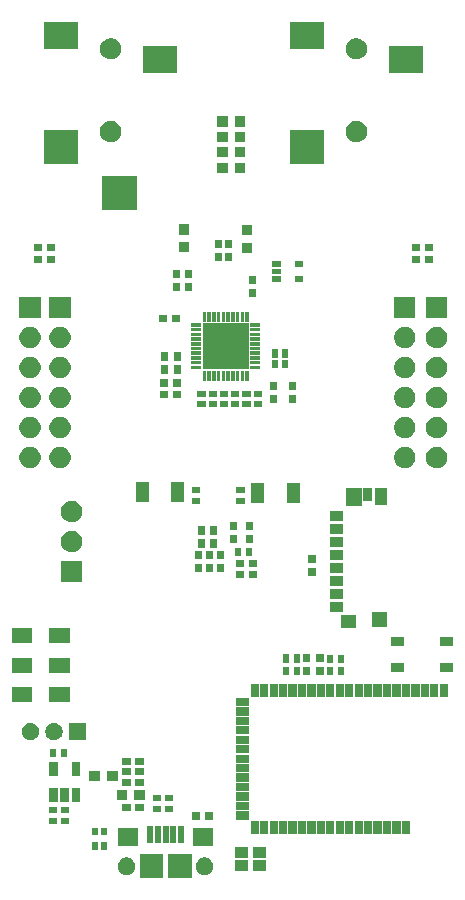
<source format=gbr>
G04 #@! TF.GenerationSoftware,KiCad,Pcbnew,(5.1.5)-3*
G04 #@! TF.CreationDate,2020-05-06T16:42:26+05:30*
G04 #@! TF.ProjectId,Tympan_D,54796d70-616e-45f4-942e-6b696361645f,rev?*
G04 #@! TF.SameCoordinates,PX6d878d0PY72e6100*
G04 #@! TF.FileFunction,Soldermask,Top*
G04 #@! TF.FilePolarity,Negative*
%FSLAX46Y46*%
G04 Gerber Fmt 4.6, Leading zero omitted, Abs format (unit mm)*
G04 Created by KiCad (PCBNEW (5.1.5)-3) date 2020-05-06 16:42:26*
%MOMM*%
%LPD*%
G04 APERTURE LIST*
%ADD10C,0.100000*%
G04 APERTURE END LIST*
D10*
G36*
X15450000Y400000D02*
G01*
X13450000Y400000D01*
X13450000Y2400000D01*
X15450000Y2400000D01*
X15450000Y400000D01*
G37*
G36*
X13050000Y400000D02*
G01*
X11050000Y400000D01*
X11050000Y2400000D01*
X13050000Y2400000D01*
X13050000Y400000D01*
G37*
G36*
X16768767Y2121178D02*
G01*
X16905258Y2064641D01*
X16986967Y2010045D01*
X17028099Y1982562D01*
X17132562Y1878099D01*
X17132563Y1878097D01*
X17214641Y1755258D01*
X17271178Y1618767D01*
X17300000Y1473869D01*
X17300000Y1326131D01*
X17271178Y1181233D01*
X17214641Y1044742D01*
X17184745Y1000000D01*
X17132562Y921901D01*
X17028099Y817438D01*
X16986967Y789955D01*
X16905258Y735359D01*
X16768767Y678822D01*
X16623869Y650000D01*
X16476131Y650000D01*
X16331233Y678822D01*
X16194742Y735359D01*
X16113033Y789955D01*
X16071901Y817438D01*
X15967438Y921901D01*
X15915255Y1000000D01*
X15885359Y1044742D01*
X15828822Y1181233D01*
X15800000Y1326131D01*
X15800000Y1473869D01*
X15828822Y1618767D01*
X15885359Y1755258D01*
X15967437Y1878097D01*
X15967438Y1878099D01*
X16071901Y1982562D01*
X16113033Y2010045D01*
X16194742Y2064641D01*
X16331233Y2121178D01*
X16476131Y2150000D01*
X16623869Y2150000D01*
X16768767Y2121178D01*
G37*
G36*
X10168767Y2121178D02*
G01*
X10305258Y2064641D01*
X10386967Y2010045D01*
X10428099Y1982562D01*
X10532562Y1878099D01*
X10532563Y1878097D01*
X10614641Y1755258D01*
X10671178Y1618767D01*
X10700000Y1473869D01*
X10700000Y1326131D01*
X10671178Y1181233D01*
X10614641Y1044742D01*
X10584745Y1000000D01*
X10532562Y921901D01*
X10428099Y817438D01*
X10386967Y789955D01*
X10305258Y735359D01*
X10168767Y678822D01*
X10023869Y650000D01*
X9876131Y650000D01*
X9731233Y678822D01*
X9594742Y735359D01*
X9513033Y789955D01*
X9471901Y817438D01*
X9367438Y921901D01*
X9315255Y1000000D01*
X9285359Y1044742D01*
X9228822Y1181233D01*
X9200000Y1326131D01*
X9200000Y1473869D01*
X9228822Y1618767D01*
X9285359Y1755258D01*
X9367437Y1878097D01*
X9367438Y1878099D01*
X9471901Y1982562D01*
X9513033Y2010045D01*
X9594742Y2064641D01*
X9731233Y2121178D01*
X9876131Y2150000D01*
X10023869Y2150000D01*
X10168767Y2121178D01*
G37*
G36*
X21750000Y1000000D02*
G01*
X20650000Y1000000D01*
X20650000Y1900000D01*
X21750000Y1900000D01*
X21750000Y1000000D01*
G37*
G36*
X20250000Y1000000D02*
G01*
X19150000Y1000000D01*
X19150000Y1900000D01*
X20250000Y1900000D01*
X20250000Y1000000D01*
G37*
G36*
X20250000Y2100000D02*
G01*
X19150000Y2100000D01*
X19150000Y3000000D01*
X20250000Y3000000D01*
X20250000Y2100000D01*
G37*
G36*
X21750000Y2100000D02*
G01*
X20650000Y2100000D01*
X20650000Y3000000D01*
X21750000Y3000000D01*
X21750000Y2100000D01*
G37*
G36*
X8250000Y2810000D02*
G01*
X7750000Y2810000D01*
X7750000Y3410000D01*
X8250000Y3410000D01*
X8250000Y2810000D01*
G37*
G36*
X7550000Y2810000D02*
G01*
X7050000Y2810000D01*
X7050000Y3410000D01*
X7550000Y3410000D01*
X7550000Y2810000D01*
G37*
G36*
X10900000Y3100000D02*
G01*
X9200000Y3100000D01*
X9200000Y4600000D01*
X10900000Y4600000D01*
X10900000Y3100000D01*
G37*
G36*
X17300000Y3100000D02*
G01*
X15600000Y3100000D01*
X15600000Y4600000D01*
X17300000Y4600000D01*
X17300000Y3100000D01*
G37*
G36*
X13500000Y3350000D02*
G01*
X13000000Y3350000D01*
X13000000Y4800000D01*
X13500000Y4800000D01*
X13500000Y3350000D01*
G37*
G36*
X14150000Y3350000D02*
G01*
X13650000Y3350000D01*
X13650000Y4800000D01*
X14150000Y4800000D01*
X14150000Y3350000D01*
G37*
G36*
X14800000Y3350000D02*
G01*
X14300000Y3350000D01*
X14300000Y4800000D01*
X14800000Y4800000D01*
X14800000Y3350000D01*
G37*
G36*
X12850000Y3350000D02*
G01*
X12350000Y3350000D01*
X12350000Y4800000D01*
X12850000Y4800000D01*
X12850000Y3350000D01*
G37*
G36*
X12200000Y3350000D02*
G01*
X11700000Y3350000D01*
X11700000Y4800000D01*
X12200000Y4800000D01*
X12200000Y3350000D01*
G37*
G36*
X8250000Y4010000D02*
G01*
X7750000Y4010000D01*
X7750000Y4610000D01*
X8250000Y4610000D01*
X8250000Y4010000D01*
G37*
G36*
X7550000Y4010000D02*
G01*
X7050000Y4010000D01*
X7050000Y4610000D01*
X7550000Y4610000D01*
X7550000Y4010000D01*
G37*
G36*
X25950000Y4150000D02*
G01*
X25250000Y4150000D01*
X25250000Y5250000D01*
X25950000Y5250000D01*
X25950000Y4150000D01*
G37*
G36*
X24350000Y4150000D02*
G01*
X23650000Y4150000D01*
X23650000Y5250000D01*
X24350000Y5250000D01*
X24350000Y4150000D01*
G37*
G36*
X23550000Y4150000D02*
G01*
X22850000Y4150000D01*
X22850000Y5250000D01*
X23550000Y5250000D01*
X23550000Y4150000D01*
G37*
G36*
X22750000Y4150000D02*
G01*
X22050000Y4150000D01*
X22050000Y5250000D01*
X22750000Y5250000D01*
X22750000Y4150000D01*
G37*
G36*
X21950000Y4150000D02*
G01*
X21250000Y4150000D01*
X21250000Y5250000D01*
X21950000Y5250000D01*
X21950000Y4150000D01*
G37*
G36*
X29950000Y4150000D02*
G01*
X29250000Y4150000D01*
X29250000Y5250000D01*
X29950000Y5250000D01*
X29950000Y4150000D01*
G37*
G36*
X21150000Y4150000D02*
G01*
X20450000Y4150000D01*
X20450000Y5250000D01*
X21150000Y5250000D01*
X21150000Y4150000D01*
G37*
G36*
X33950000Y4150000D02*
G01*
X33250000Y4150000D01*
X33250000Y5250000D01*
X33950000Y5250000D01*
X33950000Y4150000D01*
G37*
G36*
X33150000Y4150000D02*
G01*
X32450000Y4150000D01*
X32450000Y5250000D01*
X33150000Y5250000D01*
X33150000Y4150000D01*
G37*
G36*
X32350000Y4150000D02*
G01*
X31650000Y4150000D01*
X31650000Y5250000D01*
X32350000Y5250000D01*
X32350000Y4150000D01*
G37*
G36*
X25150000Y4150000D02*
G01*
X24450000Y4150000D01*
X24450000Y5250000D01*
X25150000Y5250000D01*
X25150000Y4150000D01*
G37*
G36*
X29150000Y4150000D02*
G01*
X28450000Y4150000D01*
X28450000Y5250000D01*
X29150000Y5250000D01*
X29150000Y4150000D01*
G37*
G36*
X26750000Y4150000D02*
G01*
X26050000Y4150000D01*
X26050000Y5250000D01*
X26750000Y5250000D01*
X26750000Y4150000D01*
G37*
G36*
X30750000Y4150000D02*
G01*
X30050000Y4150000D01*
X30050000Y5250000D01*
X30750000Y5250000D01*
X30750000Y4150000D01*
G37*
G36*
X27550000Y4150000D02*
G01*
X26850000Y4150000D01*
X26850000Y5250000D01*
X27550000Y5250000D01*
X27550000Y4150000D01*
G37*
G36*
X28350000Y4150000D02*
G01*
X27650000Y4150000D01*
X27650000Y5250000D01*
X28350000Y5250000D01*
X28350000Y4150000D01*
G37*
G36*
X31550000Y4150000D02*
G01*
X30850000Y4150000D01*
X30850000Y5250000D01*
X31550000Y5250000D01*
X31550000Y4150000D01*
G37*
G36*
X5075000Y4975000D02*
G01*
X4375000Y4975000D01*
X4375000Y5475000D01*
X5075000Y5475000D01*
X5075000Y4975000D01*
G37*
G36*
X4100000Y4975000D02*
G01*
X3400000Y4975000D01*
X3400000Y5475000D01*
X4100000Y5475000D01*
X4100000Y4975000D01*
G37*
G36*
X16150000Y5350000D02*
G01*
X15450000Y5350000D01*
X15450000Y5950000D01*
X16150000Y5950000D01*
X16150000Y5350000D01*
G37*
G36*
X20350000Y5350000D02*
G01*
X19250000Y5350000D01*
X19250000Y6050000D01*
X20350000Y6050000D01*
X20350000Y5350000D01*
G37*
G36*
X17250000Y5350000D02*
G01*
X16550000Y5350000D01*
X16550000Y5950000D01*
X17250000Y5950000D01*
X17250000Y5350000D01*
G37*
G36*
X4100000Y5875000D02*
G01*
X3400000Y5875000D01*
X3400000Y6375000D01*
X4100000Y6375000D01*
X4100000Y5875000D01*
G37*
G36*
X5075000Y5875000D02*
G01*
X4375000Y5875000D01*
X4375000Y6375000D01*
X5075000Y6375000D01*
X5075000Y5875000D01*
G37*
G36*
X13900000Y6000000D02*
G01*
X13200000Y6000000D01*
X13200000Y6500000D01*
X13900000Y6500000D01*
X13900000Y6000000D01*
G37*
G36*
X12900000Y6000000D02*
G01*
X12200000Y6000000D01*
X12200000Y6500000D01*
X12900000Y6500000D01*
X12900000Y6000000D01*
G37*
G36*
X10300000Y6100000D02*
G01*
X9600000Y6100000D01*
X9600000Y6700000D01*
X10300000Y6700000D01*
X10300000Y6100000D01*
G37*
G36*
X11400000Y6100000D02*
G01*
X10700000Y6100000D01*
X10700000Y6700000D01*
X11400000Y6700000D01*
X11400000Y6100000D01*
G37*
G36*
X20350000Y6150000D02*
G01*
X19250000Y6150000D01*
X19250000Y6850000D01*
X20350000Y6850000D01*
X20350000Y6150000D01*
G37*
G36*
X4137500Y6832500D02*
G01*
X3387500Y6832500D01*
X3387500Y7992500D01*
X4137500Y7992500D01*
X4137500Y6832500D01*
G37*
G36*
X6037500Y6832500D02*
G01*
X5287500Y6832500D01*
X5287500Y7992500D01*
X6037500Y7992500D01*
X6037500Y6832500D01*
G37*
G36*
X5087500Y6832500D02*
G01*
X4337500Y6832500D01*
X4337500Y7992500D01*
X5087500Y7992500D01*
X5087500Y6832500D01*
G37*
G36*
X12900000Y6900000D02*
G01*
X12200000Y6900000D01*
X12200000Y7400000D01*
X12900000Y7400000D01*
X12900000Y6900000D01*
G37*
G36*
X13900000Y6900000D02*
G01*
X13200000Y6900000D01*
X13200000Y7400000D01*
X13900000Y7400000D01*
X13900000Y6900000D01*
G37*
G36*
X20350000Y6950000D02*
G01*
X19250000Y6950000D01*
X19250000Y7650000D01*
X20350000Y7650000D01*
X20350000Y6950000D01*
G37*
G36*
X10000000Y7025000D02*
G01*
X9100000Y7025000D01*
X9100000Y7875000D01*
X10000000Y7875000D01*
X10000000Y7025000D01*
G37*
G36*
X11500000Y7025000D02*
G01*
X10600000Y7025000D01*
X10600000Y7875000D01*
X11500000Y7875000D01*
X11500000Y7025000D01*
G37*
G36*
X20350000Y7750000D02*
G01*
X19250000Y7750000D01*
X19250000Y8450000D01*
X20350000Y8450000D01*
X20350000Y7750000D01*
G37*
G36*
X11400000Y8200000D02*
G01*
X10700000Y8200000D01*
X10700000Y8800000D01*
X11400000Y8800000D01*
X11400000Y8200000D01*
G37*
G36*
X10300000Y8200000D02*
G01*
X9600000Y8200000D01*
X9600000Y8800000D01*
X10300000Y8800000D01*
X10300000Y8200000D01*
G37*
G36*
X20350000Y8550000D02*
G01*
X19250000Y8550000D01*
X19250000Y9250000D01*
X20350000Y9250000D01*
X20350000Y8550000D01*
G37*
G36*
X9200000Y8575000D02*
G01*
X8300000Y8575000D01*
X8300000Y9425000D01*
X9200000Y9425000D01*
X9200000Y8575000D01*
G37*
G36*
X7700000Y8575000D02*
G01*
X6800000Y8575000D01*
X6800000Y9425000D01*
X7700000Y9425000D01*
X7700000Y8575000D01*
G37*
G36*
X6037500Y9032500D02*
G01*
X5287500Y9032500D01*
X5287500Y10192500D01*
X6037500Y10192500D01*
X6037500Y9032500D01*
G37*
G36*
X4137500Y9032500D02*
G01*
X3387500Y9032500D01*
X3387500Y10192500D01*
X4137500Y10192500D01*
X4137500Y9032500D01*
G37*
G36*
X11400000Y9100000D02*
G01*
X10700000Y9100000D01*
X10700000Y9700000D01*
X11400000Y9700000D01*
X11400000Y9100000D01*
G37*
G36*
X10300000Y9100000D02*
G01*
X9600000Y9100000D01*
X9600000Y9700000D01*
X10300000Y9700000D01*
X10300000Y9100000D01*
G37*
G36*
X20350000Y9350000D02*
G01*
X19250000Y9350000D01*
X19250000Y10050000D01*
X20350000Y10050000D01*
X20350000Y9350000D01*
G37*
G36*
X11400000Y10000000D02*
G01*
X10700000Y10000000D01*
X10700000Y10600000D01*
X11400000Y10600000D01*
X11400000Y10000000D01*
G37*
G36*
X10300000Y10000000D02*
G01*
X9600000Y10000000D01*
X9600000Y10600000D01*
X10300000Y10600000D01*
X10300000Y10000000D01*
G37*
G36*
X20350000Y10150000D02*
G01*
X19250000Y10150000D01*
X19250000Y10850000D01*
X20350000Y10850000D01*
X20350000Y10150000D01*
G37*
G36*
X4900000Y10625000D02*
G01*
X4400000Y10625000D01*
X4400000Y11325000D01*
X4900000Y11325000D01*
X4900000Y10625000D01*
G37*
G36*
X4000000Y10625000D02*
G01*
X3500000Y10625000D01*
X3500000Y11325000D01*
X4000000Y11325000D01*
X4000000Y10625000D01*
G37*
G36*
X20350000Y10950000D02*
G01*
X19250000Y10950000D01*
X19250000Y11650000D01*
X20350000Y11650000D01*
X20350000Y10950000D01*
G37*
G36*
X20350000Y11750000D02*
G01*
X19250000Y11750000D01*
X19250000Y12450000D01*
X20350000Y12450000D01*
X20350000Y11750000D01*
G37*
G36*
X4011475Y13497139D02*
G01*
X4143416Y13442487D01*
X4262161Y13363144D01*
X4363144Y13262161D01*
X4442487Y13143416D01*
X4497139Y13011475D01*
X4525000Y12871406D01*
X4525000Y12728594D01*
X4497139Y12588525D01*
X4442487Y12456584D01*
X4363144Y12337839D01*
X4262161Y12236856D01*
X4143416Y12157513D01*
X4011475Y12102861D01*
X3871406Y12075000D01*
X3728594Y12075000D01*
X3588525Y12102861D01*
X3456584Y12157513D01*
X3337839Y12236856D01*
X3236856Y12337839D01*
X3157513Y12456584D01*
X3102861Y12588525D01*
X3075000Y12728594D01*
X3075000Y12871406D01*
X3102861Y13011475D01*
X3157513Y13143416D01*
X3236856Y13262161D01*
X3337839Y13363144D01*
X3456584Y13442487D01*
X3588525Y13497139D01*
X3728594Y13525000D01*
X3871406Y13525000D01*
X4011475Y13497139D01*
G37*
G36*
X6525000Y12075000D02*
G01*
X5075000Y12075000D01*
X5075000Y13525000D01*
X6525000Y13525000D01*
X6525000Y12075000D01*
G37*
G36*
X2011475Y13497139D02*
G01*
X2143416Y13442487D01*
X2262161Y13363144D01*
X2363144Y13262161D01*
X2442487Y13143416D01*
X2497139Y13011475D01*
X2525000Y12871406D01*
X2525000Y12728594D01*
X2497139Y12588525D01*
X2442487Y12456584D01*
X2363144Y12337839D01*
X2262161Y12236856D01*
X2143416Y12157513D01*
X2011475Y12102861D01*
X1871406Y12075000D01*
X1728594Y12075000D01*
X1588525Y12102861D01*
X1456584Y12157513D01*
X1337839Y12236856D01*
X1236856Y12337839D01*
X1157513Y12456584D01*
X1102861Y12588525D01*
X1075000Y12728594D01*
X1075000Y12871406D01*
X1102861Y13011475D01*
X1157513Y13143416D01*
X1236856Y13262161D01*
X1337839Y13363144D01*
X1456584Y13442487D01*
X1588525Y13497139D01*
X1728594Y13525000D01*
X1871406Y13525000D01*
X2011475Y13497139D01*
G37*
G36*
X20350000Y12550000D02*
G01*
X19250000Y12550000D01*
X19250000Y13250000D01*
X20350000Y13250000D01*
X20350000Y12550000D01*
G37*
G36*
X20350000Y13350000D02*
G01*
X19250000Y13350000D01*
X19250000Y14050000D01*
X20350000Y14050000D01*
X20350000Y13350000D01*
G37*
G36*
X20350000Y14150000D02*
G01*
X19250000Y14150000D01*
X19250000Y14850000D01*
X20350000Y14850000D01*
X20350000Y14150000D01*
G37*
G36*
X20350000Y14950000D02*
G01*
X19250000Y14950000D01*
X19250000Y15650000D01*
X20350000Y15650000D01*
X20350000Y14950000D01*
G37*
G36*
X5120000Y15260000D02*
G01*
X3420000Y15260000D01*
X3420000Y16560000D01*
X5120000Y16560000D01*
X5120000Y15260000D01*
G37*
G36*
X1920000Y15260000D02*
G01*
X220000Y15260000D01*
X220000Y16560000D01*
X1920000Y16560000D01*
X1920000Y15260000D01*
G37*
G36*
X22750000Y15750000D02*
G01*
X22050000Y15750000D01*
X22050000Y16850000D01*
X22750000Y16850000D01*
X22750000Y15750000D01*
G37*
G36*
X25950000Y15750000D02*
G01*
X25250000Y15750000D01*
X25250000Y16850000D01*
X25950000Y16850000D01*
X25950000Y15750000D01*
G37*
G36*
X26750000Y15750000D02*
G01*
X26050000Y15750000D01*
X26050000Y16850000D01*
X26750000Y16850000D01*
X26750000Y15750000D01*
G37*
G36*
X27550000Y15750000D02*
G01*
X26850000Y15750000D01*
X26850000Y16850000D01*
X27550000Y16850000D01*
X27550000Y15750000D01*
G37*
G36*
X28350000Y15750000D02*
G01*
X27650000Y15750000D01*
X27650000Y16850000D01*
X28350000Y16850000D01*
X28350000Y15750000D01*
G37*
G36*
X29150000Y15750000D02*
G01*
X28450000Y15750000D01*
X28450000Y16850000D01*
X29150000Y16850000D01*
X29150000Y15750000D01*
G37*
G36*
X30750000Y15750000D02*
G01*
X30050000Y15750000D01*
X30050000Y16850000D01*
X30750000Y16850000D01*
X30750000Y15750000D01*
G37*
G36*
X31550000Y15750000D02*
G01*
X30850000Y15750000D01*
X30850000Y16850000D01*
X31550000Y16850000D01*
X31550000Y15750000D01*
G37*
G36*
X32350000Y15750000D02*
G01*
X31650000Y15750000D01*
X31650000Y16850000D01*
X32350000Y16850000D01*
X32350000Y15750000D01*
G37*
G36*
X33150000Y15750000D02*
G01*
X32450000Y15750000D01*
X32450000Y16850000D01*
X33150000Y16850000D01*
X33150000Y15750000D01*
G37*
G36*
X33950000Y15750000D02*
G01*
X33250000Y15750000D01*
X33250000Y16850000D01*
X33950000Y16850000D01*
X33950000Y15750000D01*
G37*
G36*
X35550000Y15750000D02*
G01*
X34850000Y15750000D01*
X34850000Y16850000D01*
X35550000Y16850000D01*
X35550000Y15750000D01*
G37*
G36*
X36350000Y15750000D02*
G01*
X35650000Y15750000D01*
X35650000Y16850000D01*
X36350000Y16850000D01*
X36350000Y15750000D01*
G37*
G36*
X29950000Y15750000D02*
G01*
X29250000Y15750000D01*
X29250000Y16850000D01*
X29950000Y16850000D01*
X29950000Y15750000D01*
G37*
G36*
X25150000Y15750000D02*
G01*
X24450000Y15750000D01*
X24450000Y16850000D01*
X25150000Y16850000D01*
X25150000Y15750000D01*
G37*
G36*
X37150000Y15750000D02*
G01*
X36450000Y15750000D01*
X36450000Y16850000D01*
X37150000Y16850000D01*
X37150000Y15750000D01*
G37*
G36*
X24350000Y15750000D02*
G01*
X23650000Y15750000D01*
X23650000Y16850000D01*
X24350000Y16850000D01*
X24350000Y15750000D01*
G37*
G36*
X23550000Y15750000D02*
G01*
X22850000Y15750000D01*
X22850000Y16850000D01*
X23550000Y16850000D01*
X23550000Y15750000D01*
G37*
G36*
X21950000Y15750000D02*
G01*
X21250000Y15750000D01*
X21250000Y16850000D01*
X21950000Y16850000D01*
X21950000Y15750000D01*
G37*
G36*
X21150000Y15750000D02*
G01*
X20450000Y15750000D01*
X20450000Y16850000D01*
X21150000Y16850000D01*
X21150000Y15750000D01*
G37*
G36*
X34750000Y15750000D02*
G01*
X34050000Y15750000D01*
X34050000Y16850000D01*
X34750000Y16850000D01*
X34750000Y15750000D01*
G37*
G36*
X28325000Y17575000D02*
G01*
X27825000Y17575000D01*
X27825000Y18275000D01*
X28325000Y18275000D01*
X28325000Y17575000D01*
G37*
G36*
X27425000Y17575000D02*
G01*
X26925000Y17575000D01*
X26925000Y18275000D01*
X27425000Y18275000D01*
X27425000Y17575000D01*
G37*
G36*
X26625000Y17575000D02*
G01*
X26025000Y17575000D01*
X26025000Y18275000D01*
X26625000Y18275000D01*
X26625000Y17575000D01*
G37*
G36*
X25500000Y17600000D02*
G01*
X24900000Y17600000D01*
X24900000Y18300000D01*
X25500000Y18300000D01*
X25500000Y17600000D01*
G37*
G36*
X24600000Y17600000D02*
G01*
X24100000Y17600000D01*
X24100000Y18300000D01*
X24600000Y18300000D01*
X24600000Y17600000D01*
G37*
G36*
X23700000Y17600000D02*
G01*
X23200000Y17600000D01*
X23200000Y18300000D01*
X23700000Y18300000D01*
X23700000Y17600000D01*
G37*
G36*
X1920000Y17760000D02*
G01*
X220000Y17760000D01*
X220000Y19060000D01*
X1920000Y19060000D01*
X1920000Y17760000D01*
G37*
G36*
X5120000Y17760000D02*
G01*
X3420000Y17760000D01*
X3420000Y19060000D01*
X5120000Y19060000D01*
X5120000Y17760000D01*
G37*
G36*
X37625000Y17875000D02*
G01*
X36475000Y17875000D01*
X36475000Y18625000D01*
X37625000Y18625000D01*
X37625000Y17875000D01*
G37*
G36*
X33475000Y17875000D02*
G01*
X32325000Y17875000D01*
X32325000Y18625000D01*
X33475000Y18625000D01*
X33475000Y17875000D01*
G37*
G36*
X28325000Y18575000D02*
G01*
X27825000Y18575000D01*
X27825000Y19275000D01*
X28325000Y19275000D01*
X28325000Y18575000D01*
G37*
G36*
X27425000Y18575000D02*
G01*
X26925000Y18575000D01*
X26925000Y19275000D01*
X27425000Y19275000D01*
X27425000Y18575000D01*
G37*
G36*
X23700000Y18625000D02*
G01*
X23200000Y18625000D01*
X23200000Y19325000D01*
X23700000Y19325000D01*
X23700000Y18625000D01*
G37*
G36*
X24600000Y18625000D02*
G01*
X24100000Y18625000D01*
X24100000Y19325000D01*
X24600000Y19325000D01*
X24600000Y18625000D01*
G37*
G36*
X26625000Y18675000D02*
G01*
X26025000Y18675000D01*
X26025000Y19375000D01*
X26625000Y19375000D01*
X26625000Y18675000D01*
G37*
G36*
X25500000Y18700000D02*
G01*
X24900000Y18700000D01*
X24900000Y19400000D01*
X25500000Y19400000D01*
X25500000Y18700000D01*
G37*
G36*
X37625000Y20025000D02*
G01*
X36475000Y20025000D01*
X36475000Y20775000D01*
X37625000Y20775000D01*
X37625000Y20025000D01*
G37*
G36*
X33475000Y20025000D02*
G01*
X32325000Y20025000D01*
X32325000Y20775000D01*
X33475000Y20775000D01*
X33475000Y20025000D01*
G37*
G36*
X1920000Y20260000D02*
G01*
X220000Y20260000D01*
X220000Y21560000D01*
X1920000Y21560000D01*
X1920000Y20260000D01*
G37*
G36*
X5120000Y20260000D02*
G01*
X3420000Y20260000D01*
X3420000Y21560000D01*
X5120000Y21560000D01*
X5120000Y20260000D01*
G37*
G36*
X29410000Y21525000D02*
G01*
X28110000Y21525000D01*
X28110000Y22625000D01*
X29410000Y22625000D01*
X29410000Y21525000D01*
G37*
G36*
X32000000Y21650000D02*
G01*
X30700000Y21650000D01*
X30700000Y22900000D01*
X32000000Y22900000D01*
X32000000Y21650000D01*
G37*
G36*
X28260000Y22950000D02*
G01*
X27160000Y22950000D01*
X27160000Y23750000D01*
X28260000Y23750000D01*
X28260000Y22950000D01*
G37*
G36*
X28260000Y24050000D02*
G01*
X27160000Y24050000D01*
X27160000Y24850000D01*
X28260000Y24850000D01*
X28260000Y24050000D01*
G37*
G36*
X28260000Y25150000D02*
G01*
X27160000Y25150000D01*
X27160000Y25950000D01*
X28260000Y25950000D01*
X28260000Y25150000D01*
G37*
G36*
X6200000Y25450000D02*
G01*
X4400000Y25450000D01*
X4400000Y27250000D01*
X6200000Y27250000D01*
X6200000Y25450000D01*
G37*
G36*
X21000000Y25800000D02*
G01*
X20300000Y25800000D01*
X20300000Y26400000D01*
X21000000Y26400000D01*
X21000000Y25800000D01*
G37*
G36*
X19900000Y25800000D02*
G01*
X19200000Y25800000D01*
X19200000Y26400000D01*
X19900000Y26400000D01*
X19900000Y25800000D01*
G37*
G36*
X25950000Y25950000D02*
G01*
X25350000Y25950000D01*
X25350000Y26650000D01*
X25950000Y26650000D01*
X25950000Y25950000D01*
G37*
G36*
X28260000Y26250000D02*
G01*
X27160000Y26250000D01*
X27160000Y27050000D01*
X28260000Y27050000D01*
X28260000Y26250000D01*
G37*
G36*
X18200000Y26300000D02*
G01*
X17600000Y26300000D01*
X17600000Y27000000D01*
X18200000Y27000000D01*
X18200000Y26300000D01*
G37*
G36*
X16350000Y26300000D02*
G01*
X15750000Y26300000D01*
X15750000Y27000000D01*
X16350000Y27000000D01*
X16350000Y26300000D01*
G37*
G36*
X17250000Y26300000D02*
G01*
X16650000Y26300000D01*
X16650000Y27000000D01*
X17250000Y27000000D01*
X17250000Y26300000D01*
G37*
G36*
X19900000Y26750000D02*
G01*
X19200000Y26750000D01*
X19200000Y27350000D01*
X19900000Y27350000D01*
X19900000Y26750000D01*
G37*
G36*
X21000000Y26750000D02*
G01*
X20300000Y26750000D01*
X20300000Y27350000D01*
X21000000Y27350000D01*
X21000000Y26750000D01*
G37*
G36*
X25950000Y27050000D02*
G01*
X25350000Y27050000D01*
X25350000Y27750000D01*
X25950000Y27750000D01*
X25950000Y27050000D01*
G37*
G36*
X28260000Y27350000D02*
G01*
X27160000Y27350000D01*
X27160000Y28150000D01*
X28260000Y28150000D01*
X28260000Y27350000D01*
G37*
G36*
X18200000Y27400000D02*
G01*
X17600000Y27400000D01*
X17600000Y28100000D01*
X18200000Y28100000D01*
X18200000Y27400000D01*
G37*
G36*
X16350000Y27400000D02*
G01*
X15750000Y27400000D01*
X15750000Y28100000D01*
X16350000Y28100000D01*
X16350000Y27400000D01*
G37*
G36*
X17250000Y27400000D02*
G01*
X16650000Y27400000D01*
X16650000Y28100000D01*
X17250000Y28100000D01*
X17250000Y27400000D01*
G37*
G36*
X20550000Y27650000D02*
G01*
X20050000Y27650000D01*
X20050000Y28350000D01*
X20550000Y28350000D01*
X20550000Y27650000D01*
G37*
G36*
X19650000Y27650000D02*
G01*
X19150000Y27650000D01*
X19150000Y28350000D01*
X19650000Y28350000D01*
X19650000Y27650000D01*
G37*
G36*
X5562520Y29755414D02*
G01*
X5726310Y29687570D01*
X5873717Y29589076D01*
X5999076Y29463717D01*
X6097570Y29316310D01*
X6165414Y29152520D01*
X6200000Y28978642D01*
X6200000Y28801358D01*
X6165414Y28627480D01*
X6097570Y28463690D01*
X5999076Y28316283D01*
X5873717Y28190924D01*
X5726310Y28092430D01*
X5562520Y28024586D01*
X5388642Y27990000D01*
X5211358Y27990000D01*
X5037480Y28024586D01*
X4873690Y28092430D01*
X4726283Y28190924D01*
X4600924Y28316283D01*
X4502430Y28463690D01*
X4434586Y28627480D01*
X4400000Y28801358D01*
X4400000Y28978642D01*
X4434586Y29152520D01*
X4502430Y29316310D01*
X4600924Y29463717D01*
X4726283Y29589076D01*
X4873690Y29687570D01*
X5037480Y29755414D01*
X5211358Y29790000D01*
X5388642Y29790000D01*
X5562520Y29755414D01*
G37*
G36*
X17575000Y28375000D02*
G01*
X16975000Y28375000D01*
X16975000Y29075000D01*
X17575000Y29075000D01*
X17575000Y28375000D01*
G37*
G36*
X16575000Y28375000D02*
G01*
X15975000Y28375000D01*
X15975000Y29075000D01*
X16575000Y29075000D01*
X16575000Y28375000D01*
G37*
G36*
X28260000Y28450000D02*
G01*
X27160000Y28450000D01*
X27160000Y29250000D01*
X28260000Y29250000D01*
X28260000Y28450000D01*
G37*
G36*
X20650000Y28750000D02*
G01*
X20050000Y28750000D01*
X20050000Y29450000D01*
X20650000Y29450000D01*
X20650000Y28750000D01*
G37*
G36*
X19300000Y28750000D02*
G01*
X18700000Y28750000D01*
X18700000Y29450000D01*
X19300000Y29450000D01*
X19300000Y28750000D01*
G37*
G36*
X17575000Y29475000D02*
G01*
X16975000Y29475000D01*
X16975000Y30175000D01*
X17575000Y30175000D01*
X17575000Y29475000D01*
G37*
G36*
X16575000Y29475000D02*
G01*
X15975000Y29475000D01*
X15975000Y30175000D01*
X16575000Y30175000D01*
X16575000Y29475000D01*
G37*
G36*
X28260000Y29550000D02*
G01*
X27160000Y29550000D01*
X27160000Y30350000D01*
X28260000Y30350000D01*
X28260000Y29550000D01*
G37*
G36*
X20650000Y29850000D02*
G01*
X20050000Y29850000D01*
X20050000Y30550000D01*
X20650000Y30550000D01*
X20650000Y29850000D01*
G37*
G36*
X19300000Y29850000D02*
G01*
X18700000Y29850000D01*
X18700000Y30550000D01*
X19300000Y30550000D01*
X19300000Y29850000D01*
G37*
G36*
X5562520Y32295414D02*
G01*
X5726310Y32227570D01*
X5873717Y32129076D01*
X5999076Y32003717D01*
X6097570Y31856310D01*
X6165414Y31692520D01*
X6200000Y31518642D01*
X6200000Y31341358D01*
X6165414Y31167480D01*
X6097570Y31003690D01*
X5999076Y30856283D01*
X5873717Y30730924D01*
X5726310Y30632430D01*
X5562520Y30564586D01*
X5388642Y30530000D01*
X5211358Y30530000D01*
X5037480Y30564586D01*
X4873690Y30632430D01*
X4726283Y30730924D01*
X4600924Y30856283D01*
X4502430Y31003690D01*
X4434586Y31167480D01*
X4400000Y31341358D01*
X4400000Y31518642D01*
X4434586Y31692520D01*
X4502430Y31856310D01*
X4600924Y32003717D01*
X4726283Y32129076D01*
X4873690Y32227570D01*
X5037480Y32295414D01*
X5211358Y32330000D01*
X5388642Y32330000D01*
X5562520Y32295414D01*
G37*
G36*
X28260000Y30650000D02*
G01*
X27160000Y30650000D01*
X27160000Y31450000D01*
X28260000Y31450000D01*
X28260000Y30650000D01*
G37*
G36*
X29850000Y31900000D02*
G01*
X28550000Y31900000D01*
X28550000Y33450000D01*
X29850000Y33450000D01*
X29850000Y31900000D01*
G37*
G36*
X32000000Y31950000D02*
G01*
X31000000Y31950000D01*
X31000000Y33450000D01*
X32000000Y33450000D01*
X32000000Y31950000D01*
G37*
G36*
X16150000Y32100000D02*
G01*
X15450000Y32100000D01*
X15450000Y32600000D01*
X16150000Y32600000D01*
X16150000Y32100000D01*
G37*
G36*
X19950000Y32100000D02*
G01*
X19250000Y32100000D01*
X19250000Y32600000D01*
X19950000Y32600000D01*
X19950000Y32100000D01*
G37*
G36*
X24600000Y32150000D02*
G01*
X23500000Y32150000D01*
X23500000Y33850000D01*
X24600000Y33850000D01*
X24600000Y32150000D01*
G37*
G36*
X21600000Y32150000D02*
G01*
X20500000Y32150000D01*
X20500000Y33850000D01*
X21600000Y33850000D01*
X21600000Y32150000D01*
G37*
G36*
X14850000Y32200000D02*
G01*
X13750000Y32200000D01*
X13750000Y33900000D01*
X14850000Y33900000D01*
X14850000Y32200000D01*
G37*
G36*
X11850000Y32200000D02*
G01*
X10750000Y32200000D01*
X10750000Y33900000D01*
X11850000Y33900000D01*
X11850000Y32200000D01*
G37*
G36*
X30750000Y32350000D02*
G01*
X29950000Y32350000D01*
X29950000Y33450000D01*
X30750000Y33450000D01*
X30750000Y32350000D01*
G37*
G36*
X19950000Y33000000D02*
G01*
X19250000Y33000000D01*
X19250000Y33500000D01*
X19950000Y33500000D01*
X19950000Y33000000D01*
G37*
G36*
X16150000Y33000000D02*
G01*
X15450000Y33000000D01*
X15450000Y33500000D01*
X16150000Y33500000D01*
X16150000Y33000000D01*
G37*
G36*
X2040520Y36865414D02*
G01*
X2204310Y36797570D01*
X2351717Y36699076D01*
X2477076Y36573717D01*
X2575570Y36426310D01*
X2643414Y36262520D01*
X2678000Y36088642D01*
X2678000Y35911358D01*
X2643414Y35737480D01*
X2575570Y35573690D01*
X2477076Y35426283D01*
X2351717Y35300924D01*
X2204310Y35202430D01*
X2040520Y35134586D01*
X1866642Y35100000D01*
X1689358Y35100000D01*
X1515480Y35134586D01*
X1351690Y35202430D01*
X1204283Y35300924D01*
X1078924Y35426283D01*
X980430Y35573690D01*
X912586Y35737480D01*
X878000Y35911358D01*
X878000Y36088642D01*
X912586Y36262520D01*
X980430Y36426310D01*
X1078924Y36573717D01*
X1204283Y36699076D01*
X1351690Y36797570D01*
X1515480Y36865414D01*
X1689358Y36900000D01*
X1866642Y36900000D01*
X2040520Y36865414D01*
G37*
G36*
X36462520Y36865414D02*
G01*
X36626310Y36797570D01*
X36773717Y36699076D01*
X36899076Y36573717D01*
X36997570Y36426310D01*
X37065414Y36262520D01*
X37100000Y36088642D01*
X37100000Y35911358D01*
X37065414Y35737480D01*
X36997570Y35573690D01*
X36899076Y35426283D01*
X36773717Y35300924D01*
X36626310Y35202430D01*
X36462520Y35134586D01*
X36288642Y35100000D01*
X36111358Y35100000D01*
X35937480Y35134586D01*
X35773690Y35202430D01*
X35626283Y35300924D01*
X35500924Y35426283D01*
X35402430Y35573690D01*
X35334586Y35737480D01*
X35300000Y35911358D01*
X35300000Y36088642D01*
X35334586Y36262520D01*
X35402430Y36426310D01*
X35500924Y36573717D01*
X35626283Y36699076D01*
X35773690Y36797570D01*
X35937480Y36865414D01*
X36111358Y36900000D01*
X36288642Y36900000D01*
X36462520Y36865414D01*
G37*
G36*
X4580520Y36865414D02*
G01*
X4744310Y36797570D01*
X4891717Y36699076D01*
X5017076Y36573717D01*
X5115570Y36426310D01*
X5183414Y36262520D01*
X5218000Y36088642D01*
X5218000Y35911358D01*
X5183414Y35737480D01*
X5115570Y35573690D01*
X5017076Y35426283D01*
X4891717Y35300924D01*
X4744310Y35202430D01*
X4580520Y35134586D01*
X4406642Y35100000D01*
X4229358Y35100000D01*
X4055480Y35134586D01*
X3891690Y35202430D01*
X3744283Y35300924D01*
X3618924Y35426283D01*
X3520430Y35573690D01*
X3452586Y35737480D01*
X3418000Y35911358D01*
X3418000Y36088642D01*
X3452586Y36262520D01*
X3520430Y36426310D01*
X3618924Y36573717D01*
X3744283Y36699076D01*
X3891690Y36797570D01*
X4055480Y36865414D01*
X4229358Y36900000D01*
X4406642Y36900000D01*
X4580520Y36865414D01*
G37*
G36*
X33762520Y36872414D02*
G01*
X33926310Y36804570D01*
X34073717Y36706076D01*
X34199076Y36580717D01*
X34297570Y36433310D01*
X34365414Y36269520D01*
X34400000Y36095642D01*
X34400000Y35918358D01*
X34365414Y35744480D01*
X34297570Y35580690D01*
X34199076Y35433283D01*
X34073717Y35307924D01*
X33926310Y35209430D01*
X33762520Y35141586D01*
X33588642Y35107000D01*
X33411358Y35107000D01*
X33237480Y35141586D01*
X33073690Y35209430D01*
X32926283Y35307924D01*
X32800924Y35433283D01*
X32702430Y35580690D01*
X32634586Y35744480D01*
X32600000Y35918358D01*
X32600000Y36095642D01*
X32634586Y36269520D01*
X32702430Y36433310D01*
X32800924Y36580717D01*
X32926283Y36706076D01*
X33073690Y36804570D01*
X33237480Y36872414D01*
X33411358Y36907000D01*
X33588642Y36907000D01*
X33762520Y36872414D01*
G37*
G36*
X36462520Y39405414D02*
G01*
X36626310Y39337570D01*
X36773717Y39239076D01*
X36899076Y39113717D01*
X36997570Y38966310D01*
X37065414Y38802520D01*
X37100000Y38628642D01*
X37100000Y38451358D01*
X37065414Y38277480D01*
X36997570Y38113690D01*
X36899076Y37966283D01*
X36773717Y37840924D01*
X36626310Y37742430D01*
X36462520Y37674586D01*
X36288642Y37640000D01*
X36111358Y37640000D01*
X35937480Y37674586D01*
X35773690Y37742430D01*
X35626283Y37840924D01*
X35500924Y37966283D01*
X35402430Y38113690D01*
X35334586Y38277480D01*
X35300000Y38451358D01*
X35300000Y38628642D01*
X35334586Y38802520D01*
X35402430Y38966310D01*
X35500924Y39113717D01*
X35626283Y39239076D01*
X35773690Y39337570D01*
X35937480Y39405414D01*
X36111358Y39440000D01*
X36288642Y39440000D01*
X36462520Y39405414D01*
G37*
G36*
X4580520Y39405414D02*
G01*
X4744310Y39337570D01*
X4891717Y39239076D01*
X5017076Y39113717D01*
X5115570Y38966310D01*
X5183414Y38802520D01*
X5218000Y38628642D01*
X5218000Y38451358D01*
X5183414Y38277480D01*
X5115570Y38113690D01*
X5017076Y37966283D01*
X4891717Y37840924D01*
X4744310Y37742430D01*
X4580520Y37674586D01*
X4406642Y37640000D01*
X4229358Y37640000D01*
X4055480Y37674586D01*
X3891690Y37742430D01*
X3744283Y37840924D01*
X3618924Y37966283D01*
X3520430Y38113690D01*
X3452586Y38277480D01*
X3418000Y38451358D01*
X3418000Y38628642D01*
X3452586Y38802520D01*
X3520430Y38966310D01*
X3618924Y39113717D01*
X3744283Y39239076D01*
X3891690Y39337570D01*
X4055480Y39405414D01*
X4229358Y39440000D01*
X4406642Y39440000D01*
X4580520Y39405414D01*
G37*
G36*
X2040520Y39405414D02*
G01*
X2204310Y39337570D01*
X2351717Y39239076D01*
X2477076Y39113717D01*
X2575570Y38966310D01*
X2643414Y38802520D01*
X2678000Y38628642D01*
X2678000Y38451358D01*
X2643414Y38277480D01*
X2575570Y38113690D01*
X2477076Y37966283D01*
X2351717Y37840924D01*
X2204310Y37742430D01*
X2040520Y37674586D01*
X1866642Y37640000D01*
X1689358Y37640000D01*
X1515480Y37674586D01*
X1351690Y37742430D01*
X1204283Y37840924D01*
X1078924Y37966283D01*
X980430Y38113690D01*
X912586Y38277480D01*
X878000Y38451358D01*
X878000Y38628642D01*
X912586Y38802520D01*
X980430Y38966310D01*
X1078924Y39113717D01*
X1204283Y39239076D01*
X1351690Y39337570D01*
X1515480Y39405414D01*
X1689358Y39440000D01*
X1866642Y39440000D01*
X2040520Y39405414D01*
G37*
G36*
X33762520Y39412414D02*
G01*
X33926310Y39344570D01*
X34073717Y39246076D01*
X34199076Y39120717D01*
X34297570Y38973310D01*
X34365414Y38809520D01*
X34400000Y38635642D01*
X34400000Y38458358D01*
X34365414Y38284480D01*
X34297570Y38120690D01*
X34199076Y37973283D01*
X34073717Y37847924D01*
X33926310Y37749430D01*
X33762520Y37681586D01*
X33588642Y37647000D01*
X33411358Y37647000D01*
X33237480Y37681586D01*
X33073690Y37749430D01*
X32926283Y37847924D01*
X32800924Y37973283D01*
X32702430Y38120690D01*
X32634586Y38284480D01*
X32600000Y38458358D01*
X32600000Y38635642D01*
X32634586Y38809520D01*
X32702430Y38973310D01*
X32800924Y39120717D01*
X32926283Y39246076D01*
X33073690Y39344570D01*
X33237480Y39412414D01*
X33411358Y39447000D01*
X33588642Y39447000D01*
X33762520Y39412414D01*
G37*
G36*
X2040520Y41945414D02*
G01*
X2204310Y41877570D01*
X2351717Y41779076D01*
X2477076Y41653717D01*
X2575570Y41506310D01*
X2643414Y41342520D01*
X2678000Y41168642D01*
X2678000Y40991358D01*
X2643414Y40817480D01*
X2575570Y40653690D01*
X2477076Y40506283D01*
X2351717Y40380924D01*
X2204310Y40282430D01*
X2040520Y40214586D01*
X1866642Y40180000D01*
X1689358Y40180000D01*
X1515480Y40214586D01*
X1351690Y40282430D01*
X1204283Y40380924D01*
X1078924Y40506283D01*
X980430Y40653690D01*
X912586Y40817480D01*
X878000Y40991358D01*
X878000Y41168642D01*
X912586Y41342520D01*
X980430Y41506310D01*
X1078924Y41653717D01*
X1204283Y41779076D01*
X1351690Y41877570D01*
X1515480Y41945414D01*
X1689358Y41980000D01*
X1866642Y41980000D01*
X2040520Y41945414D01*
G37*
G36*
X36462520Y41945414D02*
G01*
X36626310Y41877570D01*
X36773717Y41779076D01*
X36899076Y41653717D01*
X36997570Y41506310D01*
X37065414Y41342520D01*
X37100000Y41168642D01*
X37100000Y40991358D01*
X37065414Y40817480D01*
X36997570Y40653690D01*
X36899076Y40506283D01*
X36773717Y40380924D01*
X36626310Y40282430D01*
X36462520Y40214586D01*
X36288642Y40180000D01*
X36111358Y40180000D01*
X35937480Y40214586D01*
X35773690Y40282430D01*
X35626283Y40380924D01*
X35500924Y40506283D01*
X35402430Y40653690D01*
X35334586Y40817480D01*
X35300000Y40991358D01*
X35300000Y41168642D01*
X35334586Y41342520D01*
X35402430Y41506310D01*
X35500924Y41653717D01*
X35626283Y41779076D01*
X35773690Y41877570D01*
X35937480Y41945414D01*
X36111358Y41980000D01*
X36288642Y41980000D01*
X36462520Y41945414D01*
G37*
G36*
X4580520Y41945414D02*
G01*
X4744310Y41877570D01*
X4891717Y41779076D01*
X5017076Y41653717D01*
X5115570Y41506310D01*
X5183414Y41342520D01*
X5218000Y41168642D01*
X5218000Y40991358D01*
X5183414Y40817480D01*
X5115570Y40653690D01*
X5017076Y40506283D01*
X4891717Y40380924D01*
X4744310Y40282430D01*
X4580520Y40214586D01*
X4406642Y40180000D01*
X4229358Y40180000D01*
X4055480Y40214586D01*
X3891690Y40282430D01*
X3744283Y40380924D01*
X3618924Y40506283D01*
X3520430Y40653690D01*
X3452586Y40817480D01*
X3418000Y40991358D01*
X3418000Y41168642D01*
X3452586Y41342520D01*
X3520430Y41506310D01*
X3618924Y41653717D01*
X3744283Y41779076D01*
X3891690Y41877570D01*
X4055480Y41945414D01*
X4229358Y41980000D01*
X4406642Y41980000D01*
X4580520Y41945414D01*
G37*
G36*
X33762520Y41952414D02*
G01*
X33926310Y41884570D01*
X34073717Y41786076D01*
X34199076Y41660717D01*
X34297570Y41513310D01*
X34365414Y41349520D01*
X34400000Y41175642D01*
X34400000Y40998358D01*
X34365414Y40824480D01*
X34297570Y40660690D01*
X34199076Y40513283D01*
X34073717Y40387924D01*
X33926310Y40289430D01*
X33762520Y40221586D01*
X33588642Y40187000D01*
X33411358Y40187000D01*
X33237480Y40221586D01*
X33073690Y40289430D01*
X32926283Y40387924D01*
X32800924Y40513283D01*
X32702430Y40660690D01*
X32634586Y40824480D01*
X32600000Y40998358D01*
X32600000Y41175642D01*
X32634586Y41349520D01*
X32702430Y41513310D01*
X32800924Y41660717D01*
X32926283Y41786076D01*
X33073690Y41884570D01*
X33237480Y41952414D01*
X33411358Y41987000D01*
X33588642Y41987000D01*
X33762520Y41952414D01*
G37*
G36*
X20450000Y40250000D02*
G01*
X19750000Y40250000D01*
X19750000Y40750000D01*
X20450000Y40750000D01*
X20450000Y40250000D01*
G37*
G36*
X16650000Y40250000D02*
G01*
X15950000Y40250000D01*
X15950000Y40750000D01*
X16650000Y40750000D01*
X16650000Y40250000D01*
G37*
G36*
X18550000Y40250000D02*
G01*
X17850000Y40250000D01*
X17850000Y40750000D01*
X18550000Y40750000D01*
X18550000Y40250000D01*
G37*
G36*
X19500000Y40250000D02*
G01*
X18800000Y40250000D01*
X18800000Y40750000D01*
X19500000Y40750000D01*
X19500000Y40250000D01*
G37*
G36*
X17600000Y40250000D02*
G01*
X16900000Y40250000D01*
X16900000Y40750000D01*
X17600000Y40750000D01*
X17600000Y40250000D01*
G37*
G36*
X21400000Y40250000D02*
G01*
X20700000Y40250000D01*
X20700000Y40750000D01*
X21400000Y40750000D01*
X21400000Y40250000D01*
G37*
G36*
X22650600Y40590700D02*
G01*
X22050600Y40590700D01*
X22050600Y41290700D01*
X22650600Y41290700D01*
X22650600Y40590700D01*
G37*
G36*
X24300000Y40600000D02*
G01*
X23700000Y40600000D01*
X23700000Y41300000D01*
X24300000Y41300000D01*
X24300000Y40600000D01*
G37*
G36*
X14596400Y41030900D02*
G01*
X13896400Y41030900D01*
X13896400Y41630900D01*
X14596400Y41630900D01*
X14596400Y41030900D01*
G37*
G36*
X13496400Y41030900D02*
G01*
X12796400Y41030900D01*
X12796400Y41630900D01*
X13496400Y41630900D01*
X13496400Y41030900D01*
G37*
G36*
X21400000Y41150000D02*
G01*
X20700000Y41150000D01*
X20700000Y41650000D01*
X21400000Y41650000D01*
X21400000Y41150000D01*
G37*
G36*
X18550000Y41150000D02*
G01*
X17850000Y41150000D01*
X17850000Y41650000D01*
X18550000Y41650000D01*
X18550000Y41150000D01*
G37*
G36*
X19500000Y41150000D02*
G01*
X18800000Y41150000D01*
X18800000Y41650000D01*
X19500000Y41650000D01*
X19500000Y41150000D01*
G37*
G36*
X20450000Y41150000D02*
G01*
X19750000Y41150000D01*
X19750000Y41650000D01*
X20450000Y41650000D01*
X20450000Y41150000D01*
G37*
G36*
X16650000Y41150000D02*
G01*
X15950000Y41150000D01*
X15950000Y41650000D01*
X16650000Y41650000D01*
X16650000Y41150000D01*
G37*
G36*
X17600000Y41150000D02*
G01*
X16900000Y41150000D01*
X16900000Y41650000D01*
X17600000Y41650000D01*
X17600000Y41150000D01*
G37*
G36*
X22650600Y41690700D02*
G01*
X22050600Y41690700D01*
X22050600Y42390700D01*
X22650600Y42390700D01*
X22650600Y41690700D01*
G37*
G36*
X24300000Y41700000D02*
G01*
X23700000Y41700000D01*
X23700000Y42400000D01*
X24300000Y42400000D01*
X24300000Y41700000D01*
G37*
G36*
X14596400Y42008800D02*
G01*
X13896400Y42008800D01*
X13896400Y42608800D01*
X14596400Y42608800D01*
X14596400Y42008800D01*
G37*
G36*
X13496400Y42008800D02*
G01*
X12796400Y42008800D01*
X12796400Y42608800D01*
X13496400Y42608800D01*
X13496400Y42008800D01*
G37*
G36*
X19894600Y42508000D02*
G01*
X19594600Y42508000D01*
X19594600Y43358000D01*
X19894600Y43358000D01*
X19894600Y42508000D01*
G37*
G36*
X17894600Y42508000D02*
G01*
X17594600Y42508000D01*
X17594600Y43358000D01*
X17894600Y43358000D01*
X17894600Y42508000D01*
G37*
G36*
X17094600Y42508000D02*
G01*
X16794600Y42508000D01*
X16794600Y43358000D01*
X17094600Y43358000D01*
X17094600Y42508000D01*
G37*
G36*
X19494600Y42508000D02*
G01*
X19194600Y42508000D01*
X19194600Y43358000D01*
X19494600Y43358000D01*
X19494600Y42508000D01*
G37*
G36*
X19094600Y42508000D02*
G01*
X18794600Y42508000D01*
X18794600Y43358000D01*
X19094600Y43358000D01*
X19094600Y42508000D01*
G37*
G36*
X18694600Y42508000D02*
G01*
X18394600Y42508000D01*
X18394600Y43358000D01*
X18694600Y43358000D01*
X18694600Y42508000D01*
G37*
G36*
X18294600Y42508000D02*
G01*
X17994600Y42508000D01*
X17994600Y43358000D01*
X18294600Y43358000D01*
X18294600Y42508000D01*
G37*
G36*
X20294600Y42508000D02*
G01*
X19994600Y42508000D01*
X19994600Y43358000D01*
X20294600Y43358000D01*
X20294600Y42508000D01*
G37*
G36*
X17494600Y42508000D02*
G01*
X17194600Y42508000D01*
X17194600Y43358000D01*
X17494600Y43358000D01*
X17494600Y42508000D01*
G37*
G36*
X16694600Y42508000D02*
G01*
X16394600Y42508000D01*
X16394600Y43358000D01*
X16694600Y43358000D01*
X16694600Y42508000D01*
G37*
G36*
X2040520Y44485414D02*
G01*
X2204310Y44417570D01*
X2351717Y44319076D01*
X2477076Y44193717D01*
X2575570Y44046310D01*
X2643414Y43882520D01*
X2678000Y43708642D01*
X2678000Y43531358D01*
X2643414Y43357480D01*
X2575570Y43193690D01*
X2477076Y43046283D01*
X2351717Y42920924D01*
X2204310Y42822430D01*
X2040520Y42754586D01*
X1866642Y42720000D01*
X1689358Y42720000D01*
X1515480Y42754586D01*
X1351690Y42822430D01*
X1204283Y42920924D01*
X1078924Y43046283D01*
X980430Y43193690D01*
X912586Y43357480D01*
X878000Y43531358D01*
X878000Y43708642D01*
X912586Y43882520D01*
X980430Y44046310D01*
X1078924Y44193717D01*
X1204283Y44319076D01*
X1351690Y44417570D01*
X1515480Y44485414D01*
X1689358Y44520000D01*
X1866642Y44520000D01*
X2040520Y44485414D01*
G37*
G36*
X4580520Y44485414D02*
G01*
X4744310Y44417570D01*
X4891717Y44319076D01*
X5017076Y44193717D01*
X5115570Y44046310D01*
X5183414Y43882520D01*
X5218000Y43708642D01*
X5218000Y43531358D01*
X5183414Y43357480D01*
X5115570Y43193690D01*
X5017076Y43046283D01*
X4891717Y42920924D01*
X4744310Y42822430D01*
X4580520Y42754586D01*
X4406642Y42720000D01*
X4229358Y42720000D01*
X4055480Y42754586D01*
X3891690Y42822430D01*
X3744283Y42920924D01*
X3618924Y43046283D01*
X3520430Y43193690D01*
X3452586Y43357480D01*
X3418000Y43531358D01*
X3418000Y43708642D01*
X3452586Y43882520D01*
X3520430Y44046310D01*
X3618924Y44193717D01*
X3744283Y44319076D01*
X3891690Y44417570D01*
X4055480Y44485414D01*
X4229358Y44520000D01*
X4406642Y44520000D01*
X4580520Y44485414D01*
G37*
G36*
X36462520Y44485414D02*
G01*
X36626310Y44417570D01*
X36773717Y44319076D01*
X36899076Y44193717D01*
X36997570Y44046310D01*
X37065414Y43882520D01*
X37100000Y43708642D01*
X37100000Y43531358D01*
X37065414Y43357480D01*
X36997570Y43193690D01*
X36899076Y43046283D01*
X36773717Y42920924D01*
X36626310Y42822430D01*
X36462520Y42754586D01*
X36288642Y42720000D01*
X36111358Y42720000D01*
X35937480Y42754586D01*
X35773690Y42822430D01*
X35626283Y42920924D01*
X35500924Y43046283D01*
X35402430Y43193690D01*
X35334586Y43357480D01*
X35300000Y43531358D01*
X35300000Y43708642D01*
X35334586Y43882520D01*
X35402430Y44046310D01*
X35500924Y44193717D01*
X35626283Y44319076D01*
X35773690Y44417570D01*
X35937480Y44485414D01*
X36111358Y44520000D01*
X36288642Y44520000D01*
X36462520Y44485414D01*
G37*
G36*
X33762520Y44492414D02*
G01*
X33926310Y44424570D01*
X34073717Y44326076D01*
X34199076Y44200717D01*
X34297570Y44053310D01*
X34365414Y43889520D01*
X34400000Y43715642D01*
X34400000Y43538358D01*
X34365414Y43364480D01*
X34297570Y43200690D01*
X34199076Y43053283D01*
X34073717Y42927924D01*
X33926310Y42829430D01*
X33762520Y42761586D01*
X33588642Y42727000D01*
X33411358Y42727000D01*
X33237480Y42761586D01*
X33073690Y42829430D01*
X32926283Y42927924D01*
X32800924Y43053283D01*
X32702430Y43200690D01*
X32634586Y43364480D01*
X32600000Y43538358D01*
X32600000Y43715642D01*
X32634586Y43889520D01*
X32702430Y44053310D01*
X32800924Y44200717D01*
X32926283Y44326076D01*
X33073690Y44424570D01*
X33237480Y44492414D01*
X33411358Y44527000D01*
X33588642Y44527000D01*
X33762520Y44492414D01*
G37*
G36*
X13450300Y43110600D02*
G01*
X12850300Y43110600D01*
X12850300Y43810600D01*
X13450300Y43810600D01*
X13450300Y43110600D01*
G37*
G36*
X14567900Y43110600D02*
G01*
X13967900Y43110600D01*
X13967900Y43810600D01*
X14567900Y43810600D01*
X14567900Y43110600D01*
G37*
G36*
X20294600Y43483000D02*
G01*
X16394600Y43483000D01*
X16394600Y47383000D01*
X20294600Y47383000D01*
X20294600Y43483000D01*
G37*
G36*
X16269600Y43483000D02*
G01*
X15419600Y43483000D01*
X15419600Y43783000D01*
X16269600Y43783000D01*
X16269600Y43483000D01*
G37*
G36*
X21269600Y43483000D02*
G01*
X20419600Y43483000D01*
X20419600Y43783000D01*
X21269600Y43783000D01*
X21269600Y43483000D01*
G37*
G36*
X23629300Y43597100D02*
G01*
X23129300Y43597100D01*
X23129300Y44297100D01*
X23629300Y44297100D01*
X23629300Y43597100D01*
G37*
G36*
X22729300Y43597100D02*
G01*
X22229300Y43597100D01*
X22229300Y44297100D01*
X22729300Y44297100D01*
X22729300Y43597100D01*
G37*
G36*
X21269600Y43883000D02*
G01*
X20419600Y43883000D01*
X20419600Y44183000D01*
X21269600Y44183000D01*
X21269600Y43883000D01*
G37*
G36*
X16269600Y43883000D02*
G01*
X15419600Y43883000D01*
X15419600Y44183000D01*
X16269600Y44183000D01*
X16269600Y43883000D01*
G37*
G36*
X13450300Y44210600D02*
G01*
X12850300Y44210600D01*
X12850300Y44910600D01*
X13450300Y44910600D01*
X13450300Y44210600D01*
G37*
G36*
X14567900Y44210600D02*
G01*
X13967900Y44210600D01*
X13967900Y44910600D01*
X14567900Y44910600D01*
X14567900Y44210600D01*
G37*
G36*
X16269600Y44283000D02*
G01*
X15419600Y44283000D01*
X15419600Y44583000D01*
X16269600Y44583000D01*
X16269600Y44283000D01*
G37*
G36*
X21269600Y44283000D02*
G01*
X20419600Y44283000D01*
X20419600Y44583000D01*
X21269600Y44583000D01*
X21269600Y44283000D01*
G37*
G36*
X22729300Y44460700D02*
G01*
X22229300Y44460700D01*
X22229300Y45160700D01*
X22729300Y45160700D01*
X22729300Y44460700D01*
G37*
G36*
X23629300Y44460700D02*
G01*
X23129300Y44460700D01*
X23129300Y45160700D01*
X23629300Y45160700D01*
X23629300Y44460700D01*
G37*
G36*
X16269600Y44683000D02*
G01*
X15419600Y44683000D01*
X15419600Y44983000D01*
X16269600Y44983000D01*
X16269600Y44683000D01*
G37*
G36*
X21269600Y44683000D02*
G01*
X20419600Y44683000D01*
X20419600Y44983000D01*
X21269600Y44983000D01*
X21269600Y44683000D01*
G37*
G36*
X21269600Y45083000D02*
G01*
X20419600Y45083000D01*
X20419600Y45383000D01*
X21269600Y45383000D01*
X21269600Y45083000D01*
G37*
G36*
X16269600Y45083000D02*
G01*
X15419600Y45083000D01*
X15419600Y45383000D01*
X16269600Y45383000D01*
X16269600Y45083000D01*
G37*
G36*
X2040520Y47025414D02*
G01*
X2204310Y46957570D01*
X2351717Y46859076D01*
X2477076Y46733717D01*
X2575570Y46586310D01*
X2643414Y46422520D01*
X2678000Y46248642D01*
X2678000Y46071358D01*
X2643414Y45897480D01*
X2575570Y45733690D01*
X2477076Y45586283D01*
X2351717Y45460924D01*
X2204310Y45362430D01*
X2040520Y45294586D01*
X1866642Y45260000D01*
X1689358Y45260000D01*
X1515480Y45294586D01*
X1351690Y45362430D01*
X1204283Y45460924D01*
X1078924Y45586283D01*
X980430Y45733690D01*
X912586Y45897480D01*
X878000Y46071358D01*
X878000Y46248642D01*
X912586Y46422520D01*
X980430Y46586310D01*
X1078924Y46733717D01*
X1204283Y46859076D01*
X1351690Y46957570D01*
X1515480Y47025414D01*
X1689358Y47060000D01*
X1866642Y47060000D01*
X2040520Y47025414D01*
G37*
G36*
X4580520Y47025414D02*
G01*
X4744310Y46957570D01*
X4891717Y46859076D01*
X5017076Y46733717D01*
X5115570Y46586310D01*
X5183414Y46422520D01*
X5218000Y46248642D01*
X5218000Y46071358D01*
X5183414Y45897480D01*
X5115570Y45733690D01*
X5017076Y45586283D01*
X4891717Y45460924D01*
X4744310Y45362430D01*
X4580520Y45294586D01*
X4406642Y45260000D01*
X4229358Y45260000D01*
X4055480Y45294586D01*
X3891690Y45362430D01*
X3744283Y45460924D01*
X3618924Y45586283D01*
X3520430Y45733690D01*
X3452586Y45897480D01*
X3418000Y46071358D01*
X3418000Y46248642D01*
X3452586Y46422520D01*
X3520430Y46586310D01*
X3618924Y46733717D01*
X3744283Y46859076D01*
X3891690Y46957570D01*
X4055480Y47025414D01*
X4229358Y47060000D01*
X4406642Y47060000D01*
X4580520Y47025414D01*
G37*
G36*
X36462520Y47025414D02*
G01*
X36626310Y46957570D01*
X36773717Y46859076D01*
X36899076Y46733717D01*
X36997570Y46586310D01*
X37065414Y46422520D01*
X37100000Y46248642D01*
X37100000Y46071358D01*
X37065414Y45897480D01*
X36997570Y45733690D01*
X36899076Y45586283D01*
X36773717Y45460924D01*
X36626310Y45362430D01*
X36462520Y45294586D01*
X36288642Y45260000D01*
X36111358Y45260000D01*
X35937480Y45294586D01*
X35773690Y45362430D01*
X35626283Y45460924D01*
X35500924Y45586283D01*
X35402430Y45733690D01*
X35334586Y45897480D01*
X35300000Y46071358D01*
X35300000Y46248642D01*
X35334586Y46422520D01*
X35402430Y46586310D01*
X35500924Y46733717D01*
X35626283Y46859076D01*
X35773690Y46957570D01*
X35937480Y47025414D01*
X36111358Y47060000D01*
X36288642Y47060000D01*
X36462520Y47025414D01*
G37*
G36*
X33762520Y47032414D02*
G01*
X33926310Y46964570D01*
X34073717Y46866076D01*
X34199076Y46740717D01*
X34297570Y46593310D01*
X34365414Y46429520D01*
X34400000Y46255642D01*
X34400000Y46078358D01*
X34365414Y45904480D01*
X34297570Y45740690D01*
X34199076Y45593283D01*
X34073717Y45467924D01*
X33926310Y45369430D01*
X33762520Y45301586D01*
X33588642Y45267000D01*
X33411358Y45267000D01*
X33237480Y45301586D01*
X33073690Y45369430D01*
X32926283Y45467924D01*
X32800924Y45593283D01*
X32702430Y45740690D01*
X32634586Y45904480D01*
X32600000Y46078358D01*
X32600000Y46255642D01*
X32634586Y46429520D01*
X32702430Y46593310D01*
X32800924Y46740717D01*
X32926283Y46866076D01*
X33073690Y46964570D01*
X33237480Y47032414D01*
X33411358Y47067000D01*
X33588642Y47067000D01*
X33762520Y47032414D01*
G37*
G36*
X16269600Y45483000D02*
G01*
X15419600Y45483000D01*
X15419600Y45783000D01*
X16269600Y45783000D01*
X16269600Y45483000D01*
G37*
G36*
X21269600Y45483000D02*
G01*
X20419600Y45483000D01*
X20419600Y45783000D01*
X21269600Y45783000D01*
X21269600Y45483000D01*
G37*
G36*
X16269600Y45883000D02*
G01*
X15419600Y45883000D01*
X15419600Y46183000D01*
X16269600Y46183000D01*
X16269600Y45883000D01*
G37*
G36*
X21269600Y45883000D02*
G01*
X20419600Y45883000D01*
X20419600Y46183000D01*
X21269600Y46183000D01*
X21269600Y45883000D01*
G37*
G36*
X16269600Y46283000D02*
G01*
X15419600Y46283000D01*
X15419600Y46583000D01*
X16269600Y46583000D01*
X16269600Y46283000D01*
G37*
G36*
X21269600Y46283000D02*
G01*
X20419600Y46283000D01*
X20419600Y46583000D01*
X21269600Y46583000D01*
X21269600Y46283000D01*
G37*
G36*
X21269600Y46683000D02*
G01*
X20419600Y46683000D01*
X20419600Y46983000D01*
X21269600Y46983000D01*
X21269600Y46683000D01*
G37*
G36*
X16269600Y46683000D02*
G01*
X15419600Y46683000D01*
X15419600Y46983000D01*
X16269600Y46983000D01*
X16269600Y46683000D01*
G37*
G36*
X21269600Y47083000D02*
G01*
X20419600Y47083000D01*
X20419600Y47383000D01*
X21269600Y47383000D01*
X21269600Y47083000D01*
G37*
G36*
X16269600Y47083000D02*
G01*
X15419600Y47083000D01*
X15419600Y47383000D01*
X16269600Y47383000D01*
X16269600Y47083000D01*
G37*
G36*
X14500000Y47500000D02*
G01*
X13800000Y47500000D01*
X13800000Y48100000D01*
X14500000Y48100000D01*
X14500000Y47500000D01*
G37*
G36*
X13400000Y47500000D02*
G01*
X12700000Y47500000D01*
X12700000Y48100000D01*
X13400000Y48100000D01*
X13400000Y47500000D01*
G37*
G36*
X20294600Y47508000D02*
G01*
X19994600Y47508000D01*
X19994600Y48358000D01*
X20294600Y48358000D01*
X20294600Y47508000D01*
G37*
G36*
X19894600Y47508000D02*
G01*
X19594600Y47508000D01*
X19594600Y48358000D01*
X19894600Y48358000D01*
X19894600Y47508000D01*
G37*
G36*
X19094600Y47508000D02*
G01*
X18794600Y47508000D01*
X18794600Y48358000D01*
X19094600Y48358000D01*
X19094600Y47508000D01*
G37*
G36*
X18694600Y47508000D02*
G01*
X18394600Y47508000D01*
X18394600Y48358000D01*
X18694600Y48358000D01*
X18694600Y47508000D01*
G37*
G36*
X18294600Y47508000D02*
G01*
X17994600Y47508000D01*
X17994600Y48358000D01*
X18294600Y48358000D01*
X18294600Y47508000D01*
G37*
G36*
X17894600Y47508000D02*
G01*
X17594600Y47508000D01*
X17594600Y48358000D01*
X17894600Y48358000D01*
X17894600Y47508000D01*
G37*
G36*
X17494600Y47508000D02*
G01*
X17194600Y47508000D01*
X17194600Y48358000D01*
X17494600Y48358000D01*
X17494600Y47508000D01*
G37*
G36*
X16694600Y47508000D02*
G01*
X16394600Y47508000D01*
X16394600Y48358000D01*
X16694600Y48358000D01*
X16694600Y47508000D01*
G37*
G36*
X19494600Y47508000D02*
G01*
X19194600Y47508000D01*
X19194600Y48358000D01*
X19494600Y48358000D01*
X19494600Y47508000D01*
G37*
G36*
X17094600Y47508000D02*
G01*
X16794600Y47508000D01*
X16794600Y48358000D01*
X17094600Y48358000D01*
X17094600Y47508000D01*
G37*
G36*
X37100000Y47800000D02*
G01*
X35300000Y47800000D01*
X35300000Y49600000D01*
X37100000Y49600000D01*
X37100000Y47800000D01*
G37*
G36*
X2678000Y47800000D02*
G01*
X878000Y47800000D01*
X878000Y49600000D01*
X2678000Y49600000D01*
X2678000Y47800000D01*
G37*
G36*
X5218000Y47800000D02*
G01*
X3418000Y47800000D01*
X3418000Y49600000D01*
X5218000Y49600000D01*
X5218000Y47800000D01*
G37*
G36*
X34400000Y47807000D02*
G01*
X32600000Y47807000D01*
X32600000Y49607000D01*
X34400000Y49607000D01*
X34400000Y47807000D01*
G37*
G36*
X20900000Y49600000D02*
G01*
X20300000Y49600000D01*
X20300000Y50300000D01*
X20900000Y50300000D01*
X20900000Y49600000D01*
G37*
G36*
X14440900Y50082900D02*
G01*
X13840900Y50082900D01*
X13840900Y50782900D01*
X14440900Y50782900D01*
X14440900Y50082900D01*
G37*
G36*
X15495000Y50082900D02*
G01*
X14895000Y50082900D01*
X14895000Y50782900D01*
X15495000Y50782900D01*
X15495000Y50082900D01*
G37*
G36*
X20900000Y50700000D02*
G01*
X20300000Y50700000D01*
X20300000Y51400000D01*
X20900000Y51400000D01*
X20900000Y50700000D01*
G37*
G36*
X24925000Y50850000D02*
G01*
X24175000Y50850000D01*
X24175000Y51350000D01*
X24925000Y51350000D01*
X24925000Y50850000D01*
G37*
G36*
X23025000Y50850000D02*
G01*
X22275000Y50850000D01*
X22275000Y51350000D01*
X23025000Y51350000D01*
X23025000Y50850000D01*
G37*
G36*
X14440900Y51182900D02*
G01*
X13840900Y51182900D01*
X13840900Y51882900D01*
X14440900Y51882900D01*
X14440900Y51182900D01*
G37*
G36*
X15495000Y51182900D02*
G01*
X14895000Y51182900D01*
X14895000Y51882900D01*
X15495000Y51882900D01*
X15495000Y51182900D01*
G37*
G36*
X23025000Y51500000D02*
G01*
X22275000Y51500000D01*
X22275000Y52000000D01*
X23025000Y52000000D01*
X23025000Y51500000D01*
G37*
G36*
X24925000Y52150000D02*
G01*
X24175000Y52150000D01*
X24175000Y52650000D01*
X24925000Y52650000D01*
X24925000Y52150000D01*
G37*
G36*
X23025000Y52150000D02*
G01*
X22275000Y52150000D01*
X22275000Y52650000D01*
X23025000Y52650000D01*
X23025000Y52150000D01*
G37*
G36*
X35900000Y52450000D02*
G01*
X35200000Y52450000D01*
X35200000Y53050000D01*
X35900000Y53050000D01*
X35900000Y52450000D01*
G37*
G36*
X34800000Y52450000D02*
G01*
X34100000Y52450000D01*
X34100000Y53050000D01*
X34800000Y53050000D01*
X34800000Y52450000D01*
G37*
G36*
X2800000Y52450000D02*
G01*
X2100000Y52450000D01*
X2100000Y53050000D01*
X2800000Y53050000D01*
X2800000Y52450000D01*
G37*
G36*
X3900000Y52450000D02*
G01*
X3200000Y52450000D01*
X3200000Y53050000D01*
X3900000Y53050000D01*
X3900000Y52450000D01*
G37*
G36*
X18900000Y52600000D02*
G01*
X18300000Y52600000D01*
X18300000Y53300000D01*
X18900000Y53300000D01*
X18900000Y52600000D01*
G37*
G36*
X18000000Y52600000D02*
G01*
X17400000Y52600000D01*
X17400000Y53300000D01*
X18000000Y53300000D01*
X18000000Y52600000D01*
G37*
G36*
X20600000Y53300000D02*
G01*
X19750000Y53300000D01*
X19750000Y54200000D01*
X20600000Y54200000D01*
X20600000Y53300000D01*
G37*
G36*
X15225000Y53375000D02*
G01*
X14375000Y53375000D01*
X14375000Y54275000D01*
X15225000Y54275000D01*
X15225000Y53375000D01*
G37*
G36*
X35900000Y53450000D02*
G01*
X35200000Y53450000D01*
X35200000Y54050000D01*
X35900000Y54050000D01*
X35900000Y53450000D01*
G37*
G36*
X34800000Y53450000D02*
G01*
X34100000Y53450000D01*
X34100000Y54050000D01*
X34800000Y54050000D01*
X34800000Y53450000D01*
G37*
G36*
X3900000Y53450000D02*
G01*
X3200000Y53450000D01*
X3200000Y54050000D01*
X3900000Y54050000D01*
X3900000Y53450000D01*
G37*
G36*
X2800000Y53450000D02*
G01*
X2100000Y53450000D01*
X2100000Y54050000D01*
X2800000Y54050000D01*
X2800000Y53450000D01*
G37*
G36*
X18900000Y53700000D02*
G01*
X18300000Y53700000D01*
X18300000Y54400000D01*
X18900000Y54400000D01*
X18900000Y53700000D01*
G37*
G36*
X18000000Y53700000D02*
G01*
X17400000Y53700000D01*
X17400000Y54400000D01*
X18000000Y54400000D01*
X18000000Y53700000D01*
G37*
G36*
X20600000Y54800000D02*
G01*
X19750000Y54800000D01*
X19750000Y55700000D01*
X20600000Y55700000D01*
X20600000Y54800000D01*
G37*
G36*
X15225000Y54875000D02*
G01*
X14375000Y54875000D01*
X14375000Y55775000D01*
X15225000Y55775000D01*
X15225000Y54875000D01*
G37*
G36*
X10800000Y56950000D02*
G01*
X7900000Y56950000D01*
X7900000Y59850000D01*
X10800000Y59850000D01*
X10800000Y56950000D01*
G37*
G36*
X18500000Y60125000D02*
G01*
X17600000Y60125000D01*
X17600000Y60975000D01*
X18500000Y60975000D01*
X18500000Y60125000D01*
G37*
G36*
X20000000Y60125000D02*
G01*
X19100000Y60125000D01*
X19100000Y60975000D01*
X20000000Y60975000D01*
X20000000Y60125000D01*
G37*
G36*
X5850000Y60850000D02*
G01*
X2950000Y60850000D01*
X2950000Y63750000D01*
X5850000Y63750000D01*
X5850000Y60850000D01*
G37*
G36*
X26650000Y60850000D02*
G01*
X23750000Y60850000D01*
X23750000Y63750000D01*
X26650000Y63750000D01*
X26650000Y60850000D01*
G37*
G36*
X20000000Y61425000D02*
G01*
X19100000Y61425000D01*
X19100000Y62275000D01*
X20000000Y62275000D01*
X20000000Y61425000D01*
G37*
G36*
X18500000Y61425000D02*
G01*
X17600000Y61425000D01*
X17600000Y62275000D01*
X18500000Y62275000D01*
X18500000Y61425000D01*
G37*
G36*
X29662520Y64465414D02*
G01*
X29826310Y64397570D01*
X29973717Y64299076D01*
X30099076Y64173717D01*
X30197570Y64026310D01*
X30265414Y63862520D01*
X30300000Y63688642D01*
X30300000Y63511358D01*
X30265414Y63337480D01*
X30197570Y63173690D01*
X30099076Y63026283D01*
X29973717Y62900924D01*
X29826310Y62802430D01*
X29662520Y62734586D01*
X29488642Y62700000D01*
X29311358Y62700000D01*
X29137480Y62734586D01*
X28973690Y62802430D01*
X28826283Y62900924D01*
X28700924Y63026283D01*
X28602430Y63173690D01*
X28534586Y63337480D01*
X28500000Y63511358D01*
X28500000Y63688642D01*
X28534586Y63862520D01*
X28602430Y64026310D01*
X28700924Y64173717D01*
X28826283Y64299076D01*
X28973690Y64397570D01*
X29137480Y64465414D01*
X29311358Y64500000D01*
X29488642Y64500000D01*
X29662520Y64465414D01*
G37*
G36*
X8862520Y64465414D02*
G01*
X9026310Y64397570D01*
X9173717Y64299076D01*
X9299076Y64173717D01*
X9397570Y64026310D01*
X9465414Y63862520D01*
X9500000Y63688642D01*
X9500000Y63511358D01*
X9465414Y63337480D01*
X9397570Y63173690D01*
X9299076Y63026283D01*
X9173717Y62900924D01*
X9026310Y62802430D01*
X8862520Y62734586D01*
X8688642Y62700000D01*
X8511358Y62700000D01*
X8337480Y62734586D01*
X8173690Y62802430D01*
X8026283Y62900924D01*
X7900924Y63026283D01*
X7802430Y63173690D01*
X7734586Y63337480D01*
X7700000Y63511358D01*
X7700000Y63688642D01*
X7734586Y63862520D01*
X7802430Y64026310D01*
X7900924Y64173717D01*
X8026283Y64299076D01*
X8173690Y64397570D01*
X8337480Y64465414D01*
X8511358Y64500000D01*
X8688642Y64500000D01*
X8862520Y64465414D01*
G37*
G36*
X18500000Y62725000D02*
G01*
X17600000Y62725000D01*
X17600000Y63575000D01*
X18500000Y63575000D01*
X18500000Y62725000D01*
G37*
G36*
X20000000Y62725000D02*
G01*
X19100000Y62725000D01*
X19100000Y63575000D01*
X20000000Y63575000D01*
X20000000Y62725000D01*
G37*
G36*
X18500000Y64025000D02*
G01*
X17600000Y64025000D01*
X17600000Y64875000D01*
X18500000Y64875000D01*
X18500000Y64025000D01*
G37*
G36*
X20000000Y64025000D02*
G01*
X19100000Y64025000D01*
X19100000Y64875000D01*
X20000000Y64875000D01*
X20000000Y64025000D01*
G37*
G36*
X35050000Y68550000D02*
G01*
X32150000Y68550000D01*
X32150000Y70850000D01*
X35050000Y70850000D01*
X35050000Y68550000D01*
G37*
G36*
X14250000Y68550000D02*
G01*
X11350000Y68550000D01*
X11350000Y70850000D01*
X14250000Y70850000D01*
X14250000Y68550000D01*
G37*
G36*
X29662520Y71465414D02*
G01*
X29826310Y71397570D01*
X29973717Y71299076D01*
X30099076Y71173717D01*
X30197570Y71026310D01*
X30265414Y70862520D01*
X30300000Y70688642D01*
X30300000Y70511358D01*
X30265414Y70337480D01*
X30197570Y70173690D01*
X30099076Y70026283D01*
X29973717Y69900924D01*
X29826310Y69802430D01*
X29662520Y69734586D01*
X29488642Y69700000D01*
X29311358Y69700000D01*
X29137480Y69734586D01*
X28973690Y69802430D01*
X28826283Y69900924D01*
X28700924Y70026283D01*
X28602430Y70173690D01*
X28534586Y70337480D01*
X28500000Y70511358D01*
X28500000Y70688642D01*
X28534586Y70862520D01*
X28602430Y71026310D01*
X28700924Y71173717D01*
X28826283Y71299076D01*
X28973690Y71397570D01*
X29137480Y71465414D01*
X29311358Y71500000D01*
X29488642Y71500000D01*
X29662520Y71465414D01*
G37*
G36*
X8862520Y71465414D02*
G01*
X9026310Y71397570D01*
X9173717Y71299076D01*
X9299076Y71173717D01*
X9397570Y71026310D01*
X9465414Y70862520D01*
X9500000Y70688642D01*
X9500000Y70511358D01*
X9465414Y70337480D01*
X9397570Y70173690D01*
X9299076Y70026283D01*
X9173717Y69900924D01*
X9026310Y69802430D01*
X8862520Y69734586D01*
X8688642Y69700000D01*
X8511358Y69700000D01*
X8337480Y69734586D01*
X8173690Y69802430D01*
X8026283Y69900924D01*
X7900924Y70026283D01*
X7802430Y70173690D01*
X7734586Y70337480D01*
X7700000Y70511358D01*
X7700000Y70688642D01*
X7734586Y70862520D01*
X7802430Y71026310D01*
X7900924Y71173717D01*
X8026283Y71299076D01*
X8173690Y71397570D01*
X8337480Y71465414D01*
X8511358Y71500000D01*
X8688642Y71500000D01*
X8862520Y71465414D01*
G37*
G36*
X26650000Y70550000D02*
G01*
X23750000Y70550000D01*
X23750000Y72850000D01*
X26650000Y72850000D01*
X26650000Y70550000D01*
G37*
G36*
X5850000Y70550000D02*
G01*
X2950000Y70550000D01*
X2950000Y72850000D01*
X5850000Y72850000D01*
X5850000Y70550000D01*
G37*
M02*

</source>
